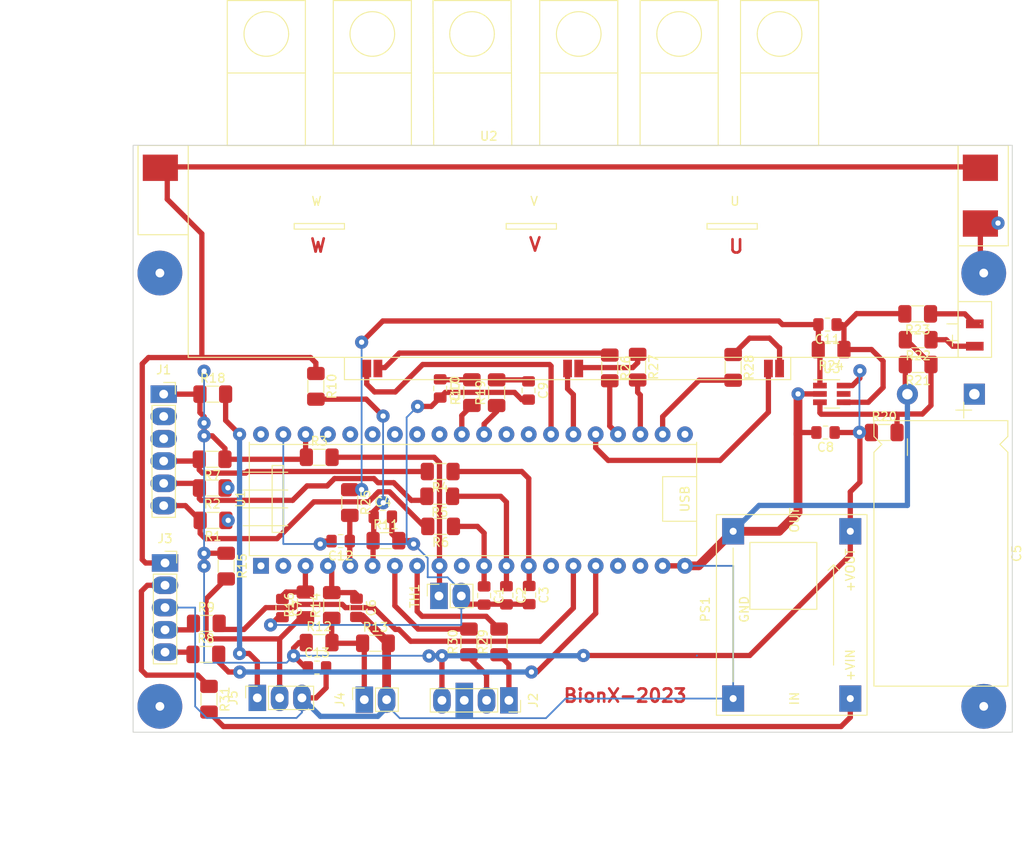
<source format=kicad_pcb>
(kicad_pcb (version 20211014) (generator pcbnew)
  (layers (0 "F.Cu" signal) (31 "B.Cu" signal) (36 "B.SilkS" user "B.Silkscreen") (37 "F.SilkS" user "F.Silkscreen") (44 "Edge.Cuts" user))
  (net 0 "")
  (net 1 "/Hall_H3")
  (net 2 "GND")
  (net 3 "/Hall_H2")
  (net 4 "/Hall_H1")
  (net 5 "/BusVoltage")
  (net 6 "/Brake")
  (net 7 "/PAS")
  (net 8 "/DAC0")
  (net 9 "/DAC1")
  (net 10 "/BusCurrent")
  (net 11 "+5V")
  (net 12 "Net-(J1-Pad6)")
  (net 13 "Net-(J1-Pad5)")
  (net 14 "Net-(R3-Pad2)")
  (net 15 "Net-(J1-Pad4)")
  (net 16 "Net-(R8-Pad2)")
  (net 17 "Net-(R9-Pad2)")
  (net 18 "+24V")
  (net 19 "Net-(J4-Pad1)")
  (net 20 "Net-(J5-Pad2)")
  (net 21 "Net-(R17-Pad1)")
  (net 22 "Net-(J5-Pad1)")
  (net 23 "Net-(R19-Pad1)")
  (net 24 "Net-(R20-Pad2)")
  (net 25 "Net-(R22-Pad1)")
  (net 26 "Net-(R23-Pad1)")
  (net 29 "Net-(J2-Pad2)")
  (net 35 "/PB13")
  (net 36 "/PB14")
  (net 37 "/PB15")
  (net 38 "/PA8")
  (net 39 "/PA9")
  (net 40 "/PA10")
  (net 49 "Net-(R29-Pad2)")
  (net 51 "Net-(C11-Pad1)")
  (net 52 "Net-(C11-Pad2)")
  (net 54 "Net-(J3-Pad2)")
  (net 55 "Net-(J3-Pad4)")
  (net 56 "Net-(J3-Pad5)")
  (net 57 "Net-(R26-Pad1)")
  (net 58 "Net-(R27-Pad1)")
  (net 59 "Net-(R28-Pad1)")
  (net 60 "Net-(R30-Pad2)")
  (net 61 "/rx")
  (net 62 "Net-(PS1-Pad2)")
  (footprint "GG_Library:GG_R_1206" (layer "F.Cu") (at 137.7188 91.313 180)
    (fp_text reference "R6")
    (fp_text value "1.5k")
  )
  (footprint "GG_Library:GG_R_1206" (layer "F.Cu") (at 160.147 73.1774 -90)
    (fp_text reference "R27")
    (fp_text value "0")
  )
  (footprint "GG_Library:GG_C_0805" (layer "F.Cu") (at 137.668 75.6012 -90)
    (fp_text reference "C10")
    (fp_text value "10nF")
  )
  (footprint "GG_Library:GG_Serial04_P2.54mm" (layer "F.Cu") (at 145.4912 111.125 -90)
    (fp_text reference "J2")
    (fp_text value "GG_SerialConnX04")
  )
  (footprint "GG_Library:GG_R_1206" (layer "F.Cu") (at 144.3736 104.4702 90)
    (fp_text reference "R29")
    (fp_text value "10")
  )
  (footprint "GG_Library:GG_5Wires_P2.54mm" (layer "F.Cu") (at 106.3498 95.4786)
    (fp_text reference "J3")
    (fp_text value "GG_DisplayConnX05")
  )
  (footprint "GG_Library:GG_R_1206" (layer "F.Cu") (at 123.9012 83.439)
    (fp_text reference "R3")
    (fp_text value "15k")
  )
  (footprint "GG_Library:GG_C_0805" (layer "F.Cu") (at 131.1402 90.2208)
    (fp_text reference "C4")
    (fp_text value "100nF")
  )
  (footprint "GG_Library:GG_R_1206" (layer "F.Cu") (at 111.7239 86.9442 180)
    (fp_text reference "R2")
    (fp_text value "1.5k")
  )
  (footprint "GG_Library:GG_C_0805" (layer "F.Cu") (at 147.8026 99.1362 -90)
    (fp_text reference "C3")
    (fp_text value "100nF")
  )
  (footprint "GG_Library:GG_R_1206" (layer "F.Cu") (at 111.0488 102.362)
    (fp_text reference "R9")
    (fp_text value "100")
  )
  (footprint "GG_Library:GG_C_0805" (layer "F.Cu") (at 145.2118 99.1616 -90)
    (fp_text reference "C2")
    (fp_text value "100nF")
  )
  (footprint "GG_Library:GG_STM32_DIP-40" (layer "F.Cu") (at 117.2718 95.8078 90)
    (fp_text reference "U1")
    (fp_text value "GG_STM32_Module")
  )
  (footprint "GG_Library:GG_R_1206" (layer "F.Cu") (at 141.2748 76.077 90)
    (fp_text reference "R17")
    (fp_text value "4.7K")
  )
  (footprint "GG_Library:GG_R_1206" (layer "F.Cu") (at 123.5202 75.3618 -90)
    (fp_text reference "R10")
    (fp_text value "10K")
  )
  (footprint "GG_Library:GG_C_0805" (layer "F.Cu") (at 142.6718 99.187 -90)
    (fp_text reference "C1")
    (fp_text value "100nF")
  )
  (footprint "GG_Library:GG_C_0805" (layer "F.Cu") (at 126.3435 92.9894 180)
    (fp_text reference "C12")
    (fp_text value "10nF")
  )
  (footprint "GG_Library:GG_C_0805" (layer "F.Cu") (at 181.5338 80.6196 180)
    (fp_text reference "C8")
    (fp_text value "100nF")
  )
  (footprint "GG_Library:GG_R_1206" (layer "F.Cu") (at 144.0942 76.0877 90)
    (fp_text reference "R19")
    (fp_text value "4.7K")
  )
  (footprint "GG_Library:GG_C_0805" (layer "F.Cu") (at 128.143 100.584 -90)
    (fp_text reference "C6")
    (fp_text value "100nF")
  )
  (footprint "GG_Library:GG_R_1206" (layer "F.Cu") (at 192.0748 70.0532 180)
    (fp_text reference "R22")
    (fp_text value "3.3K")
  )
  (footprint "GG_Library:GG_R_1206" (layer "F.Cu") (at 111.7854 76.2508)
    (fp_text reference "R18")
    (fp_text value "100")
  )
  (footprint "GG_Library:GG_R_1206" (layer "F.Cu") (at 188.214 80.6196)
    (fp_text reference "R20")
    (fp_text value "68K")
  )
  (footprint "GG_Library:GG_R_1206" (layer "F.Cu") (at 131.4958 92.9386)
    (fp_text reference "R11")
    (fp_text value "1K")
  )
  (footprint "GG_Library:GG_R_1206" (layer "F.Cu") (at 137.668 85.0646 180)
    (fp_text reference "R4")
    (fp_text value "1.5k")
  )
  (footprint "GG_Library:GG_R_1206" (layer "F.Cu") (at 192.0748 72.8726 180)
    (fp_text reference "R21")
    (fp_text value "27K")
  )
  (footprint "GG_Library:GG_R_1206" (layer "F.Cu") (at 113.3094 95.8342 -90)
    (fp_text reference "R15")
    (fp_text value "1.5K")
  )
  (footprint "GG_Library:GG_2Wires_P2.54mm" (layer "F.Cu") (at 129.032 111.0492 90)
    (fp_text reference "J4")
    (fp_text value "GG_Break_ConnX02")
  )
  (footprint "GG_Library:GG_R_1206" (layer "F.Cu") (at 111.7092 83.6676 180)
    (fp_text reference "R7")
    (fp_text value "1.5k")
  )
  (footprint "GG_Library:GG_C_0805" (layer "F.Cu") (at 181.7585 68.326 180)
    (fp_text reference "C11")
    (fp_text value "100pF")
  )
  (footprint "Package_TO_SOT_SMD:SOT-23-6_Handsoldering" (layer "F.Cu") (at 182.245 76.2254)
    (fp_text reference "U3")
    (fp_text value "GG_LMV321")
  )
  (footprint "GG_Library:GG_R_1206" (layer "F.Cu") (at 171.0182 73.2028 -90)
    (fp_text reference "R28")
    (fp_text value "0")
  )
  (footprint "GG_Library:GG_C_0805" (layer "F.Cu") (at 147.7264 75.8337 -90)
    (fp_text reference "C9")
    (fp_text value "10nF")
  )
  (footprint "GG_Library:GG_R_1206" (layer "F.Cu") (at 156.972 73.2643 -90)
    (fp_text reference "R26")
    (fp_text value "0")
  )
  (footprint "GG_Library:GG_R_1206" (layer "F.Cu") (at 123.8865 104.5464)
    (fp_text reference "R12")
    (fp_text value "470")
  )
  (footprint "GG_Library:GG_R_1206" (layer "F.Cu") (at 111.3536 110.998 -90)
    (fp_text reference "R31")
    (fp_text value "10")
  )
  (footprint "GG_Library:GG_3Wires_P2.54mm" (layer "F.Cu") (at 116.855 110.846 90)
    (fp_text reference "J5")
    (fp_text value "GG_PAS_ConnX03")
  )
  (footprint "GG_Library:GG_R_1206" (layer "F.Cu") (at 137.6172 87.884 180)
    (fp_text reference "R5")
    (fp_text value "1.5k")
  )
  (footprint "GG_Library:GG_R_1206" (layer "F.Cu") (at 122.3264 100.2538 90)
    (fp_text reference "R16")
    (fp_text value "1.5K")
  )
  (footprint "GG_Library:GG_C_0805" (layer "F.Cu") (at 119.7102 100.6133 -90)
    (fp_text reference "C7")
    (fp_text value "100nF")
  )
  (footprint "GG_Library:GG_2Wires_P2.54mm" (layer "F.Cu") (at 137.5356 99.2382 90)
    (fp_text reference "TH1")
    (fp_text value "NTC 10K")
  )
  (footprint "GG_Library:GG_C_0805" (layer "F.Cu") (at 123.6472 107.3912)
    (fp_text reference "C13")
    (fp_text value "100nF")
  )
  (footprint "GG_Library:GG_CP_L30.0mm_D15.0mm_Horizontal" (layer "F.Cu") (at 194.6656 76.8886 -90)
    (fp_text reference "C5")
    (fp_text value "470MF")
  )
  (footprint "GG_Library:GG_R_1206" (layer "F.Cu") (at 110.998 105.8926)
    (fp_text reference "R8")
    (fp_text value "100")
  )
  (footprint "GG_Library:GG_X0018_DCDC" (layer "F.Cu") (at 178.0032 100.7618 90)
    (fp_text reference "PS1")
    (fp_text value "GG_ConverterDCDC")
  )
  (footprint "GG_Library:GG_R_1206" (layer "F.Cu") (at 192.024 67.1068 180)
    (fp_text reference "R23")
    (fp_text value "3.3K")
  )
  (footprint "GG_Library:GG_R_1206" (layer "F.Cu") (at 125.3236 100.3193 90)
    (fp_text reference "R14")
    (fp_text value "470")
  )
  (footprint "GG_Library:GG_R_1206" (layer "F.Cu") (at 127.381 88.5952 -90)
    (fp_text reference "R25")
    (fp_text value "220")
  )
  (footprint "GG_Library:GG_R_1206" (layer "F.Cu") (at 140.9446 104.4702 90)
    (fp_text reference "R30")
    (fp_text value "10")
  )
  (footprint "GG_Library:GG_R_1206" (layer "F.Cu") (at 130.302 104.6226)
    (fp_text reference "R13")
    (fp_text value "4.7K")
  )
  (footprint "GG_Library:GG_R_1206" (layer "F.Cu") (at 111.8108 90.6272 180)
    (fp_text reference "R1")
    (fp_text value "1.5k")
  )
  (footprint "GG_Library:GG_MOSFET_Moule" (layer "F.Cu") (at 152.8064 56.8198)
    (fp_text reference "U2")
    (fp_text value "GG_MosFet_Module")
  )
  (footprint "GG_Library:GG_6Wires_P2.54mm" (layer "F.Cu") (at 106.1974 76.2508)
    (fp_text reference "J1")
    (fp_text value "GG_HALL_ConnX06")
  )
  (footprint "GG_Library:GG_R_1206" (layer "F.Cu") (at 182.1688 71.1708 180)
    (fp_text reference "R24")
    (fp_text value "27K")
  )
  (gr_rect (start 102.7176 47.9044) (end 202.7936 114.7572) (layer "Edge.Cuts") (width 0.1) (fill none))
  (gr_text "U" (at 171.3738 59.436) (layer "F.Cu") (effects (font (size 1.5 1.5) (thickness 0.3))))
  (gr_text "BionX-2023" (at 158.7246 110.5916) (layer "F.Cu") (effects (font (size 1.5 1.5) (thickness 0.3))))
  (gr_text "W" (at 123.7742 59.3344) (layer "F.Cu") (effects (font (size 1.5 1.5) (thickness 0.3))))
  (gr_text "V" (at 148.463 59.2074) (layer "F.Cu") (effects (font (size 1.5 1.5) (thickness 0.3))))
  (segment (start 147.7518 95.8078) (end 147.7518 85.852) (width 0.6) (layer "F.Cu") (net 1))
  (segment (start 147.8026 95.8586) (end 147.7518 95.8078) (width 0.6) (layer "F.Cu") (net 1))
  (segment (start 147.8026 98.0987) (end 147.8026 95.8586) (width 0.6) (layer "F.Cu") (net 1))
  (segment (start 146.9644 85.0646) (end 139.1305 85.0646) (width 0.6) (layer "F.Cu") (net 1))
  (segment (start 147.7518 85.852) (end 146.9644 85.0646) (width 0.6) (layer "F.Cu") (net 1))
  (segment (start 128.7634 101.6215) (end 131.7645 104.6226) (width 1) (layer "F.Cu") (net 2))
  (segment (start 176.2545 91.8718) (end 171.0182 91.8718) (width 1) (layer "F.Cu") (net 2))
  (segment (start 124.3492 92.9894) (end 124.019 93.3196) (width 0.6) (layer "F.Cu") (net 2))
  (segment (start 146.9644 76.8858) (end 146.1262 76.0476) (width 0.6) (layer "F.Cu") (net 2))
  (segment (start 132.1777 90.2208) (end 132.1777 92.158) (width 0.6) (layer "F.Cu") (net 2))
  (segment (start 131.572 104.8151) (end 131.7645 104.6226) (width 0.6) (layer "F.Cu") (net 2))
  (segment (start 178.562 80.6196) (end 178.39885 80.78275) (width 0.6) (layer "F.Cu") (net 2))
  (segment (start 132.1777 92.158) (end 132.9583 92.9386) (width 0.6) (layer "F.Cu") (net 2))
  (segment (start 190.6123 72.8726) (end 190.6123 76.0103) (width 0.6) (layer "F.Cu") (net 2))
  (segment (start 138.2591 76.0476) (end 137.668 76.6387) (width 0.6) (layer "F.Cu") (net 2))
  (segment (start 165.5318 95.8078) (end 162.9918 95.8078) (width 0.6) (layer "F.Cu") (net 2))
  (segment (start 132.9583 92.9386) (end 134.2644 92.9386) (width 0.6) (layer "F.Cu") (net 2))
  (segment (start 140.4073 100.1737) (end 147.8026 100.1737) (width 0.6) (layer "F.Cu") (net 2))
  (segment (start 124.6847 109.6987) (end 123.5374 110.846) (width 0.6) (layer "F.Cu") (net 2))
  (segment (start 199.1614 62.0014) (end 199.6186 62.4586) (width 0.6) (layer "F.Cu") (net 2))
  (segment (start 134.2644 92.9386) (end 134.6454 93.3196) (width 0.6) (layer "F.Cu") (net 2))
  (segment (start 147.7118 76.8858) (end 146.9644 76.8858) (width 0.6) (layer "F.Cu") (net 2))
  (segment (start 124.6847 107.3912) (end 124.6847 109.6987) (width 0.6) (layer "F.Cu") (net 2))
  (segment (start 180.895 76.2254) (end 178.562 76.2254) (width 0.6) (layer "F.Cu") (net 2))
  (segment (start 131.572 111.6842) (end 131.572 104.8151) (width 1) (layer "F.Cu") (net 2))
  (segment (start 123.5374 110.846) (end 121.935 110.846) (width 0.6) (layer "F.Cu") (net 2))
  (segment (start 146.1262 76.0476) (end 138.2591 76.0476) (width 0.6) (layer "F.Cu") (net 2))
  (segment (start 167.0822 95.8078) (end 165.5318 95.8078) (width 1) (layer "F.Cu") (net 2))
  (segment (start 125.306 92.9894) (end 124.3492 92.9894) (width 0.6) (layer "F.Cu") (net 2))
  (segment (start 190.6123 76.0103) (end 190.8556 76.2536) (width 0.6) (layer "F.Cu") (net 2))
  (segment (start 199.1614 56.8198) (end 199.1614 62.0014) (width 0.6) (layer "F.Cu") (net 2))
  (segment (start 136.6589 77.6478) (end 137.668 76.6387) (width 0.6) (layer "F.Cu") (net 2))
  (segment (start 178.562 76.2254) (end 178.39885 76.38855) (width 0.6) (layer "F.Cu") (net 2))
  (segment (start 180.4963 80.6196) (end 178.562 80.6196) (width 0.6) (layer "F.Cu") (net 2))
  (segment (start 128.143 101.6215) (end 128.7634 101.6215) (width 0.6) (layer "F.Cu") (net 2))
  (segment (start 147.7264 76.8712) (end 147.7118 76.8858) (width 0.6) (layer "F.Cu") (net 2))
  (segment (start 140.0756 99.2382) (end 140.0756 99.842) (width 0.6) (layer "F.Cu") (net 2))
  (segment (start 135.1026 77.6478) (end 136.6589 77.6478) (width 0.6) (layer "F.Cu") (net 2))
  (segment (start 178.39885 80.78275) (end 178.39885 89.72745) (width 1) (layer "F.Cu") (net 2))
  (segment (start 140.0756 99.842) (end 140.4073 100.1737) (width 0.6) (layer "F.Cu") (net 2))
  (segment (start 178.39885 89.72745) (end 176.2545 91.8718) (width 1) (layer "F.Cu") (net 2))
  (segment (start 171.0182 91.8718) (end 167.0822 95.8078) (width 1) (layer "F.Cu") (net 2))
  (segment (start 119.7102 101.6508) (end 119.253 101.6508) (width 0.6) (layer "F.Cu") (net 2))
  (segment (start 178.39885 76.38855) (end 178.39885 80.78275) (width 1) (layer "F.Cu") (net 2))
  (segment (start 119.253 101.6508) (end 118.364 102.5398) (width 0.6) (layer "F.Cu") (net 2))
  (via (at 105.7656 62.4586) (size 5.1) (drill 1) (layers "F.Cu" "B.Cu") (net 2))
  (via (at 178.4096 76.2254) (size 1.5) (drill 0.6) (layers "F.Cu" "B.Cu") (net 2))
  (via (at 199.5424 111.8108) (size 5.1) (drill 1) (layers "F.Cu" "B.Cu") (net 2))
  (via (at 105.7656 111.8108) (size 5.1) (drill 1) (layers "F.Cu" "B.Cu") (net 2))
  (via (at 201.168 56.769) (size 1.5) (drill 0.6) (layers "F.Cu" "B.Cu") (net 2))
  (via (at 118.364 102.5398) (size 1.5) (drill 0.6) (layers "F.Cu" "B.Cu") (net 2))
  (via (at 124.019 93.3196) (size 1.5) (drill 0.6) (layers "F.Cu" "B.Cu") (net 2))
  (via (at 134.6454 93.3196) (size 1.5) (drill 0.6) (layers "F.Cu" "B.Cu") (net 2))
  (via (at 199.5424 62.4586) (size 5.1) (drill 1) (layers "F.Cu" "B.Cu") (net 2))
  (via (at 135.1026 77.6478) (size 1.5) (drill 0.6) (layers "F.Cu" "B.Cu") (net 2))
  (segment (start 136.251311 97.022289) (end 136.251311 97.109911) (width 0.2) (layer "B.Cu") (net 2))
  (segment (start 149.7076 113.157) (end 133.0706 113.157) (width 0.2) (layer "B.Cu") (net 2))
  (segment (start 124.037711 112.948711) (end 130.572489 112.948711) (width 0.6) (layer "B.Cu") (net 2))
  (segment (start 118.364 102.5398) (end 140.0302 102.5398) (width 0.2) (layer "B.Cu") (net 2))
  (segment (start 111.0996 113.1316) (end 109.7788 111.8108) (width 0.2) (layer "B.Cu") (net 2))
  (segment (start 133.8834 93.3196) (end 124.019 93.3196) (width 0.2) (layer "B.Cu") (net 2))
  (segment (start 134.6454 93.3196) (end 136.251311 94.925511) (width 0.2) (layer "B.Cu") (net 2))
  (segment (start 190.8556 76.2536) (end 190.8556 88.9254) (width 0.6) (layer "B.Cu") (net 2))
  (segment (start 119.8118 93.2942) (end 119.8372 93.3196) (width 0.2) (layer "B.Cu") (net 2))
  (segment (start 133.0706 113.157) (end 131.572 111.6584) (width 0.2) (layer "B.Cu") (net 2))
  (segment (start 133.852289 93.288489) (end 133.8834 93.3196) (width 0.2) (layer "B.Cu") (net 2))
  (segment (start 121.3104 113.1316) (end 111.0996 113.1316) (width 0.2) (layer "B.Cu") (net 2))
  (segment (start 124.019 93.3196) (end 119.8372 93.3196) (width 0.2) (layer "B.Cu") (net 2))
  (segment (start 171.0182 95.8088) (end 171.0172 95.8078) (width 0.2) (layer "B.Cu") (net 2))
  (segment (start 119.8118 80.8228) (end 119.8118 93.2942) (width 0.2) (layer "B.Cu") (net 2))
  (segment (start 109.7788 100.5586) (end 106.3498 100.5586) (width 0.2) (layer "B.Cu") (net 2))
  (segment (start 136.251311 97.109911) (end 138.506333 97.109911) (width 0.2) (layer "B.Cu") (net 2))
  (segment (start 138.506333 97.109911) (end 140.0756 98.679178) (width 0.2) (layer "B.Cu") (net 2))
  (segment (start 121.935 110.846) (end 124.037711 112.948711) (width 0.6) (layer "B.Cu") (net 2))
  (segment (start 171.0182 110.9218) (end 171.0182 95.8088) (width 0.2) (layer "B.Cu") (net 2))
  (segment (start 131.572 111.6584) (end 131.572 111.0492) (width 0.2) (layer "B.Cu") (net 2))
  (segment (start 134.6454 93.3196) (end 133.8834 93.3196) (width 0.2) (layer "B.Cu") (net 2))
  (segment (start 149.7076 113.157) (end 151.9428 110.9218) (width 0.2) (layer "B.Cu") (net 2))
  (segment (start 121.935 112.507) (end 121.3104 113.1316) (width 0.2) (layer "B.Cu") (net 2))
  (segment (start 151.9428 110.9218) (end 171.0182 110.9218) (width 0.2) (layer "B.Cu") (net 2))
  (segment (start 136.251311 94.925511) (end 136.251311 97.022289) (width 0.2) (layer "B.Cu") (net 2))
  (segment (start 109.7788 111.8108) (end 109.7788 100.5586) (width 0.2) (layer "B.Cu") (net 2))
  (segment (start 131.572 111.9492) (end 131.572 111.0492) (width 0.6) (layer "B.Cu") (net 2))
  (segment (start 140.0756 102.4944) (end 140.0756 99.2382) (width 0.2) (layer "B.Cu") (net 2))
  (segment (start 140.0756 98.679178) (end 140.0756 99.2382) (width 0.2) (layer "B.Cu") (net 2))
  (segment (start 133.852289 78.898111) (end 133.852289 93.288489) (width 0.2) (layer "B.Cu") (net 2))
  (segment (start 130.572489 112.948711) (end 131.572 111.9492) (width 0.6) (layer "B.Cu") (net 2))
  (segment (start 190.8556 88.9254) (end 173.9646 88.9254) (width 0.6) (layer "B.Cu") (net 2))
  (segment (start 135.1026 77.6478) (end 133.852289 78.898111) (width 0.2) (layer "B.Cu") (net 2))
  (segment (start 173.9646 88.9254) (end 171.0182 91.8718) (width 0.6) (layer "B.Cu") (net 2))
  (segment (start 171.0172 95.8078) (end 165.5318 95.8078) (width 0.2) (layer "B.Cu") (net 2))
  (segment (start 140.0302 102.5398) (end 140.0756 102.4944) (width 0.2) (layer "B.Cu") (net 2))
  (segment (start 121.935 110.846) (end 121.935 112.507) (width 0.2) (layer "B.Cu") (net 2))
  (segment (start 145.2118 95.8078) (end 145.2118 88.5444) (width 0.6) (layer "F.Cu") (net 3))
  (segment (start 145.2118 98.1241) (end 145.2118 95.8078) (width 0.6) (layer "F.Cu") (net 3))
  (segment (start 144.5514 87.884) (end 139.0797 87.884) (width 0.6) (layer "F.Cu") (net 3))
  (segment (start 145.2118 88.5444) (end 144.5514 87.884) (width 0.6) (layer "F.Cu") (net 3))
  (segment (start 141.9098 91.313) (end 142.6718 92.075) (width 0.6) (layer "F.Cu") (net 4))
  (segment (start 142.6718 98.1495) (end 142.6718 95.8078) (width 0.6) (layer "F.Cu") (net 4))
  (segment (start 142.6718 92.075) (end 142.6718 95.8078) (width 0.6) (layer "F.Cu") (net 4))
  (segment (start 139.1813 91.313) (end 141.9098 91.313) (width 0.6) (layer "F.Cu") (net 4))
  (segment (start 130.1027 92.8692) (end 130.0333 92.9386) (width 0.6) (layer "F.Cu") (net 5))
  (segment (start 123.5202 76.8243) (end 129.2499 76.8243) (width 0.6) (layer "F.Cu") (net 5))
  (segment (start 130.1027 90.2208) (end 130.1027 89.6073) (width 0.6) (layer "F.Cu") (net 5))
  (segment (start 130.0333 92.9386) (end 130.0333 95.7463) (width 0.6) (layer "F.Cu") (net 5))
  (segment (start 129.2499 76.8243) (end 131.171311 78.745711) (width 0.6) (layer "F.Cu") (net 5))
  (segment (start 130.1027 89.6073) (end 131.064 88.646) (width 0.6) (layer "F.Cu") (net 5))
  (segment (start 130.0333 95.7463) (end 129.9718 95.8078) (width 0.6) (layer "F.Cu") (net 5))
  (segment (start 130.1027 90.2208) (end 130.1027 92.8692) (width 0.6) (layer "F.Cu") (net 5))
  (via (at 131.171311 78.745711) (size 1.5) (drill 0.6) (layers "F.Cu" "B.Cu") (net 5))
  (via (at 131.191 88.6206) (size 1.5) (drill 0.6) (layers "F.Cu" "B.Cu") (net 5))
  (segment (start 131.171311 78.745711) (end 131.171311 88.600911) (width 0.2) (layer "B.Cu") (net 5))
  (segment (start 131.171311 88.600911) (end 131.191 88.6206) (width 0.2) (layer "B.Cu") (net 5))
  (segment (start 128.143 99.06) (end 127.9398 98.8568) (width 0.6) (layer "F.Cu") (net 6))
  (segment (start 127.9398 98.8568) (end 125.3236 98.8568) (width 0.6) (layer "F.Cu") (net 6))
  (segment (start 128.143 99.5465) (end 128.143 99.06) (width 0.6) (layer "F.Cu") (net 6))
  (segment (start 125.3236 96.2396) (end 124.8918 95.8078) (width 0.6) (layer "F.Cu") (net 6))
  (segment (start 125.3236 98.8568) (end 125.3236 96.2396) (width 0.6) (layer "F.Cu") (net 6))
  (segment (start 120.1313 98.7913) (end 122.3264 98.7913) (width 0.6) (layer "F.Cu") (net 7))
  (segment (start 122.3264 95.8332) (end 122.3518 95.8078) (width 0.6) (layer "F.Cu") (net 7))
  (segment (start 119.7102 99.2124) (end 120.1313 98.7913) (width 0.6) (layer "F.Cu") (net 7))
  (segment (start 119.7102 99.5758) (end 119.7102 99.2124) (width 0.6) (layer "F.Cu") (net 7))
  (segment (start 122.3264 98.7913) (end 122.3264 95.8332) (width 0.6) (layer "F.Cu") (net 7))
  (segment (start 147.5554 74.6252) (end 147.7264 74.7962) (width 0.6) (layer "F.Cu") (net 8))
  (segment (start 144.0942 74.6252) (end 147.5554 74.6252) (width 0.6) (layer "F.Cu") (net 8))
  (segment (start 141.2748 74.6145) (end 137.7188 74.6145) (width 0.6) (layer "F.Cu") (net 9))
  (segment (start 137.7188 74.6145) (end 137.668 74.5637) (width 0.6) (layer "F.Cu") (net 9))
  (segment (start 127.381 92.9894) (end 127.381 95.757) (width 0.6) (layer "F.Cu") (net 10))
  (segment (start 127.381 90.0577) (end 127.381 92.9894) (width 0.6) (layer "F.Cu") (net 10))
  (segment (start 127.381 95.757) (end 127.4318 95.8078) (width 0.6) (layer "F.Cu") (net 10))
  (segment (start 110.8095 94.3717) (end 110.7948 94.3864) (width 0.6) (layer "F.Cu") (net 11))
  (segment (start 111.7346 81.0006) (end 113.1717 82.4377) (width 0.6) (layer "F.Cu") (net 11))
  (segment (start 184.3532 94.5642) (end 172.8978 106.0196) (width 0.6) (layer "F.Cu") (net 11))
  (segment (start 185.4454 81.0768) (end 184.9882 80.6196) (width 0.6) (layer "F.Cu") (net 11))
  (segment (start 110.7948 94.3864) (end 110.7948 95.8342) (width 0.6) (layer "F.Cu") (net 11))
  (segment (start 113.1717 82.4377) (end 113.1717 83.6676) (width 0.6) (layer "F.Cu") (net 11))
  (segment (start 122.424 104.5464) (end 121.6152 104.5464) (width 0.6) (layer "F.Cu") (net 11))
  (segment (start 183.595 75.2754) (end 184.592 75.2754) (width 0.6) (layer "F.Cu") (net 11))
  (segment (start 110.3229 76.2508) (end 110.3229 78.3443) (width 0.6) (layer "F.Cu") (net 11))
  (segment (start 121.6152 104.5464) (end 120.9802 105.1814) (width 0.6) (layer "F.Cu") (net 11))
  (segment (start 110.3229 78.3443) (end 110.7948 78.8162) (width 0.6) (layer "F.Cu") (net 11))
  (segment (start 122.3518 83.3521) (end 122.4387 83.439) (width 0.6) (layer "F.Cu") (net 11))
  (segment (start 137.8712 106.045) (end 137.8712 111.125) (width 0.6) (layer "F.Cu") (net 11))
  (segment (start 120.9802 106.045) (end 122.3264 107.3912) (width 0.6) (layer "F.Cu") (net 11))
  (segment (start 122.3518 80.8228) (end 122.3518 83.3521) (width 0.6) (layer "F.Cu") (net 11))
  (segment (start 110.7948 78.8162) (end 110.7948 81.0006) (width 0.6) (layer "F.Cu") (net 11))
  (segment (start 110.7948 81.0006) (end 111.7346 81.0006) (width 0.6) (layer "F.Cu") (net 11))
  (segment (start 110.3229 76.2508) (end 106.1974 76.2508) (width 0.6) (layer "F.Cu") (net 11))
  (segment (start 184.3532 87.376) (end 185.4454 86.2838) (width 0.6) (layer "F.Cu") (net 11))
  (segment (start 113.3094 94.3717) (end 110.8095 94.3717) (width 0.6) (layer "F.Cu") (net 11))
  (segment (start 186.7515 80.6196) (end 182.5713 80.6196) (width 0.6) (layer "F.Cu") (net 11))
  (segment (start 185.4454 74.422) (end 184.592 75.2754) (width 0.6) (layer "F.Cu") (net 11))
  (segment (start 122.2101 83.6676) (end 122.4387 83.439) (width 0.6) (layer "F.Cu") (net 11))
  (segment (start 120.9802 105.1814) (end 120.9802 106.045) (width 0.6) (layer "F.Cu") (net 11))
  (segment (start 184.3532 91.8718) (end 184.3532 94.5642) (width 0.6) (layer "F.Cu") (net 11))
  (segment (start 172.8978 106.0196) (end 153.9748 106.0196) (width 0.6) (layer "F.Cu") (net 11))
  (segment (start 122.3264 107.3912) (end 122.6097 107.3912) (width 0.2) (layer "F.Cu") (net 11))
  (segment (start 113.1717 83.6676) (end 122.2101 83.6676) (width 0.6) (layer "F.Cu") (net 11))
  (segment (start 185.4454 73.5838) (end 185.4454 74.422) (width 0.6) (layer "F.Cu") (net 11))
  (segment (start 185.4454 86.2838) (end 185.4454 81.0768) (width 0.6) (layer "F.Cu") (net 11))
  (segment (start 184.3532 91.8718) (end 184.3532 87.376) (width 0.6) (layer "F.Cu") (net 11))
  (via (at 113.5126 86.9188) (size 1.5) (drill 0.6) (layers "F.Cu" "B.Cu") (net 11))
  (via (at 185.3946 80.5942) (size 1.5) (drill 0.6) (layers "F.Cu" "B.Cu") (net 11))
  (via (at 137.8712 106.045) (size 1.5) (drill 0.6) (layers "F.Cu" "B.Cu") (net 11))
  (via (at 185.4454 73.5838) (size 1.5) (drill 0.6) (layers "F.Cu" "B.Cu") (net 11))
  (via (at 120.9802 106.045) (size 1.5) (drill 0.6) (layers "F.Cu" "B.Cu") (net 11))
  (via (at 136.398 106.0704) (size 1.5) (drill 0.6) (layers "F.Cu" "B.Cu") (net 11))
  (via (at 110.7948 94.3864) (size 1.5) (drill 0.6) (layers "F.Cu" "B.Cu") (net 11))
  (via (at 153.9748 106.0196) (size 1.5) (drill 0.6) (layers "F.Cu" "B.Cu") (net 11))
  (via (at 113.538 90.6272) (size 1.5) (drill 0.6) (layers "F.Cu" "B.Cu") (net 11))
  (via (at 110.7948 73.6346) (size 1.5) (drill 0.6) (layers "F.Cu" "B.Cu") (net 11))
  (via (at 110.7948 95.8342) (size 1.5) (drill 0.6) (layers "F.Cu" "B.Cu") (net 11))
  (via (at 110.7948 79.5274) (size 1.5) (drill 0.6) (layers "F.Cu" "B.Cu") (net 11))
  (via (at 110.7948 81.0006) (size 1.5) (drill 0.6) (layers "F.Cu" "B.Cu") (net 11))
  (segment (start 153.9494 106.045) (end 153.9748 106.0196) (width 0.6) (layer "B.Cu") (net 11))
  (segment (start 185.3946 80.5942) (end 185.3946 73.6346) (width 0.2) (layer "B.Cu") (net 11))
  (segment (start 120.184689 106.840511) (end 120.9802 106.045) (width 0.2) (layer "B.Cu") (net 11))
  (segment (start 110.7948 94.3864) (end 110.7948 81.0006) (width 0.2) (layer "B.Cu") (net 11))
  (segment (start 136.3726 106.045) (end 136.398 106.0704) (width 0.2) (layer "B.Cu") (net 11))
  (segment (start 137.8712 106.045) (end 136.4234 106.045) (width 0.6) (layer "B.Cu") (net 11))
  (segment (start 136.4234 106.045) (end 136.398 106.0704) (width 0.6) (layer "B.Cu") (net 11))
  (segment (start 120.9802 106.045) (end 136.3726 106.045) (width 0.2) (layer "B.Cu") (net 11))
  (segment (start 110.7948 106.807) (end 110.828311 106.840511) (width 0.2) (layer "B.Cu") (net 11))
  (segment (start 110.7948 95.8342) (end 110.7948 106.807) (width 0.2) (layer "B.Cu") (net 11))
  (segment (start 185.3946 73.6346) (end 185.4454 73.5838) (width 0.2) (layer "B.Cu") (net 11))
  (segment (start 110.828311 106.840511) (end 120.184689 106.840511) (width 0.2) (layer "B.Cu") (net 11))
  (segment (start 166.878 106.045) (end 166.9034 106.0196) (width 0.2) (layer "B.Cu") (net 11))
  (segment (start 110.7948 79.5274) (end 110.7948 73.6346) (width 0.2) (layer "B.Cu") (net 11))
  (segment (start 137.8712 106.045) (end 153.9494 106.045) (width 0.6) (layer "B.Cu") (net 11))
  (segment (start 123.2916 88.519) (end 129.5146 88.519) (width 0.6) (layer "F.Cu") (net 12))
  (segment (start 129.5146 88.519) (end 130.3147 87.7189) (width 0.6) (layer "F.Cu") (net 12))
  (segment (start 135.8392 91.313) (end 136.2563 91.313) (width 0.6) (layer "F.Cu") (net 12))
  (segment (start 130.3147 87.7189) (end 130.662511 87.371089) (width 0.6) (layer "F.Cu") (net 12))
  (segment (start 110.3483 90.6272) (end 110.3483 92.1111) (width 0.6) (layer "F.Cu") (net 12))
  (segment (start 130.662511 87.371089) (end 131.897289 87.371089) (width 0.6) (layer "F.Cu") (net 12))
  (segment (start 131.897289 87.371089) (end 132.3467 87.8205) (width 0.6) (layer "F.Cu") (net 12))
  (segment (start 110.9472 92.71) (end 119.1006 92.71) (width 0.6) (layer "F.Cu") (net 12))
  (segment (start 130.3147 87.7189) (end 130.556 87.4776) (width 0.6) (layer "F.Cu") (net 12))
  (segment (start 132.0038 87.4776) (end 135.8392 91.313) (width 0.6) (layer "F.Cu") (net 12))
  (segment (start 110.3483 90.6272) (end 108.6719 88.9508) (width 0.6) (layer "F.Cu") (net 12))
  (segment (start 119.1006 92.71) (end 123.2916 88.519) (width 0.6) (layer "F.Cu") (net 12))
  (segment (start 108.6719 88.9508) (end 106.1974 88.9508) (width 0.6) (layer "F.Cu") (net 12))
  (segment (start 110.3483 92.1111) (end 110.9472 92.71) (width 0.6) (layer "F.Cu") (net 12))
  (segment (start 110.44172 88.34372) (end 120.87608 88.34372) (width 0.6) (layer "F.Cu") (net 13))
  (segment (start 106.1974 86.4108) (end 109.728 86.4108) (width 0.6) (layer "F.Cu") (net 13))
  (segment (start 130.60096 86.33712) (end 132.38228 86.33712) (width 0.6) (layer "F.Cu") (net 13))
  (segment (start 132.38228 86.33712) (end 134.38888 88.34372) (width 0.6) (layer "F.Cu") (net 13))
  (segment (start 120.87608 88.34372) (end 122.5169 86.7029) (width 0.6) (layer "F.Cu") (net 13))
  (segment (start 125.64168 85.86412) (end 124.8029 86.7029) (width 0.6) (layer "F.Cu") (net 13))
  (segment (start 124.8029 86.7029) (end 122.5169 86.7029) (width 0.6) (layer "F.Cu") (net 13))
  (segment (start 135.69498 88.34372) (end 136.1547 87.884) (width 0.6) (layer "F.Cu") (net 13))
  (segment (start 110.2614 88.1634) (end 110.44172 88.34372) (width 0.6) (layer "F.Cu") (net 13))
  (segment (start 109.728 86.4108) (end 110.2614 86.9442) (width 0.6) (layer "F.Cu") (net 13))
  (segment (start 130.12796 85.86412) (end 130.60096 86.33712) (width 0.6) (layer "F.Cu") (net 13))
  (segment (start 110.2614 86.9442) (end 110.2614 88.1634) (width 0.6) (layer "F.Cu") (net 13))
  (segment (start 125.64168 85.86412) (end 130.12796 85.86412) (width 0.6) (layer "F.Cu") (net 13))
  (segment (start 134.38888 88.34372) (end 135.69498 88.34372) (width 0.6) (layer "F.Cu") (net 13))
  (segment (start 137.5918 95.8078) (end 137.5918 84.0486) (width 0.6) (layer "F.Cu") (net 14))
  (segment (start 136.9822 83.439) (end 125.3637 83.439) (width 0.6) (layer "F.Cu") (net 14))
  (segment (start 137.5918 95.8078) (end 137.5918 99.182) (width 0.6) (layer "F.Cu") (net 14))
  (segment (start 137.5918 99.182) (end 137.5356 99.2382) (width 0.6) (layer "F.Cu") (net 14))
  (segment (start 137.5918 84.0486) (end 136.9822 83.439) (width 0.6) (layer "F.Cu") (net 14))
  (segment (start 115.7224 85.0646) (end 115.5446 85.2424) (width 0.6) (layer "F.Cu") (net 15))
  (segment (start 115.5446 85.2424) (end 110.617 85.2424) (width 0.6) (layer "F.Cu") (net 15))
  (segment (start 136.2055 85.0646) (end 115.7224 85.0646) (width 0.6) (layer "F.Cu") (net 15))
  (segment (start 106.1974 83.8708) (end 110.0435 83.8708) (width 0.6) (layer "F.Cu") (net 15))
  (segment (start 110.617 85.2424) (end 110.2467 84.8721) (width 0.6) (layer "F.Cu") (net 15))
  (segment (start 110.2467 84.8721) (end 110.2467 83.6676) (width 0.6) (layer "F.Cu") (net 15))
  (segment (start 110.0435 83.8708) (end 110.2467 83.6676) (width 0.6) (layer "F.Cu") (net 15))
  (segment (start 148.6916 107.8992) (end 155.3718 101.219) (width 0.6) (layer "F.Cu") (net 16))
  (segment (start 148.0566 107.8992) (end 148.6916 107.8992) (width 0.6) (layer "F.Cu") (net 16))
  (segment (start 112.4605 106.7709) (end 113.5888 107.8992) (width 0.6) (layer "F.Cu") (net 16))
  (segment (start 113.5888 107.8992) (end 114.8588 107.8992) (width 0.6) (layer "F.Cu") (net 16))
  (segment (start 155.3718 101.219) (end 155.3718 95.8078) (width 0.6) (layer "F.Cu") (net 16))
  (segment (start 112.4605 105.8926) (end 112.4605 106.7709) (width 0.6) (layer "F.Cu") (net 16))
  (via (at 148.0566 107.8992) (size 1.5) (drill 0.6) (layers "F.Cu" "B.Cu") (net 16))
  (via (at 114.8588 107.8992) (size 1.5) (drill 0.6) (layers "F.Cu" "B.Cu") (net 16))
  (segment (start 114.8588 107.8992) (end 148.0566 107.8992) (width 0.6) (layer "B.Cu") (net 16))
  (segment (start 152.8318 100.6094) (end 152.8318 95.8078) (width 0.6) (layer "F.Cu") (net 17))
  (segment (start 134.3152 104.394) (end 149.0472 104.394) (width 0.6) (layer "F.Cu") (net 17))
  (segment (start 115.3414 103.0478) (end 117.82242 100.56678) (width 0.6) (layer "F.Cu") (net 17))
  (segment (start 121.04822 100.56678) (end 121.420539 100.194461) (width 0.6) (layer "F.Cu") (net 17))
  (segment (start 112.5113 103.0478) (end 115.3414 103.0478) (width 0.6) (layer "F.Cu") (net 17))
  (segment (start 121.420539 100.194461) (end 126.517901 100.194461) (width 0.6) (layer "F.Cu") (net 17))
  (segment (start 126.89022 100.56678) (end 130.08158 100.56678) (width 0.6) (layer "F.Cu") (net 17))
  (segment (start 112.5113 102.362) (end 112.5113 103.0478) (width 0.6) (layer "F.Cu") (net 17))
  (segment (start 149.0472 104.394) (end 152.8318 100.6094) (width 0.6) (layer "F.Cu") (net 17))
  (segment (start 132.969 103.0478) (end 134.3152 104.394) (width 0.6) (layer "F.Cu") (net 17))
  (segment (start 130.08158 100.56678) (end 132.5626 103.0478) (width 0.6) (layer "F.Cu") (net 17))
  (segment (start 117.82242 100.56678) (end 121.04822 100.56678) (width 0.6) (layer "F.Cu") (net 17))
  (segment (start 132.5626 103.0478) (end 132.969 103.0478) (width 0.6) (layer "F.Cu") (net 17))
  (segment (start 126.517901 100.194461) (end 126.89022 100.56678) (width 0.6) (layer "F.Cu") (net 17))
  (segment (start 104.14 95.4786) (end 106.3498 95.4786) (width 0.6) (layer "F.Cu") (net 18))
  (segment (start 110.5408 71.9836) (end 110.4392 72.0852) (width 0.6) (layer "F.Cu") (net 18))
  (segment (start 110.4392 72.0852) (end 122.9106 72.0852) (width 0.6) (layer "F.Cu") (net 18))
  (segment (start 103.759 72.7964) (end 103.759 95.0976) (width 0.6) (layer "F.Cu") (net 18))
  (segment (start 106.6038 54.0512) (end 110.5408 57.9882) (width 0.6) (layer "F.Cu") (net 18))
  (segment (start 122.9106 72.0852) (end 123.5202 72.6948) (width 0.6) (layer "F.Cu") (net 18))
  (segment (start 110.5408 57.9882) (end 110.5408 71.9836) (width 0.6) (layer "F.Cu") (net 18))
  (segment (start 123.5202 73.8993) (end 123.5202 72.6948) (width 0.6) (layer "F.Cu") (net 18))
  (segment (start 103.759 95.0976) (end 104.14 95.4786) (width 0.6) (layer "F.Cu") (net 18))
  (segment (start 106.6038 50.3682) (end 199.9488 50.3682) (width 0.6) (layer "F.Cu") (net 18))
  (segment (start 106.6038 50.3682) (end 106.6038 54.0512) (width 0.6) (layer "F.Cu") (net 18))
  (segment (start 104.4702 72.0852) (end 110.4392 72.0852) (width 0.6) (layer "F.Cu") (net 18))
  (segment (start 104.4702 72.0852) (end 103.759 72.7964) (width 0.6) (layer "F.Cu") (net 18))
  (segment (start 125.4252 104.6226) (end 125.349 104.5464) (width 0.6) (layer "F.Cu") (net 19))
  (segment (start 128.8395 104.6226) (end 125.4252 104.6226) (width 0.6) (layer "F.Cu") (net 19))
  (segment (start 128.8395 104.6226) (end 129.032 104.8151) (width 0.6) (layer "F.Cu") (net 19))
  (segment (start 125.3236 101.7818) (end 125.3236 104.521) (width 0.6) (layer "F.Cu") (net 19))
  (segment (start 129.032 104.8151) (end 129.032 111.6842) (width 0.6) (layer "F.Cu") (net 19))
  (segment (start 125.3236 104.521) (end 125.349 104.5464) (width 0.6) (layer "F.Cu") (net 19))
  (segment (start 111.3894 104.125) (end 111.0234 103.759) (width 0.6) (layer "F.Cu") (net 20))
  (segment (start 122.3264 101.7163) (end 121.8037 101.7163) (width 0.6) (layer "F.Cu") (net 20))
  (segment (start 111.0234 103.759) (end 111.0234 99.5827) (width 0.6) (layer "F.Cu") (net 20))
  (segment (start 119.395 104.125) (end 111.3894 104.125) (width 0.6) (layer "F.Cu") (net 20))
  (segment (start 111.0234 99.5827) (end 113.3094 97.2967) (width 0.6) (layer "F.Cu") (net 20))
  (segment (start 121.8037 101.7163) (end 119.395 104.125) (width 0.6) (layer "F.Cu") (net 20))
  (segment (start 119.395 104.125) (end 119.395 111.481) (width 0.6) (layer "F.Cu") (net 20))
  (segment (start 140.1318 80.8228) (end 140.1318 78.6825) (width 0.6) (layer "F.Cu") (net 21))
  (segment (start 140.1318 78.6825) (end 141.2748 77.5395) (width 0.6) (layer "F.Cu") (net 21))
  (segment (start 114.8334 105.791) (end 115.9256 105.791) (width 0.6) (layer "F.Cu") (net 22))
  (segment (start 116.8654 106.7308) (end 116.855 106.7412) (width 0.6) (layer "F.Cu") (net 22))
  (segment (start 113.2479 79.2373) (end 114.8334 80.8228) (width 0.6) (layer "F.Cu") (net 22))
  (segment (start 113.2479 76.2508) (end 113.2479 79.2373) (width 0.6) (layer "F.Cu") (net 22))
  (segment (start 115.9256 105.791) (end 116.8654 106.7308) (width 0.6) (layer "F.Cu") (net 22))
  (segment (start 116.855 106.7412) (end 116.855 110.846) (width 0.6) (layer "F.Cu") (net 22))
  (via (at 114.8334 80.8228) (size 1.5) (drill 0.6) (layers "F.Cu" "B.Cu") (net 22))
  (via (at 114.8334 105.791) (size 1.5) (drill 0.6) (layers "F.Cu" "B.Cu") (net 22))
  (segment (start 114.8334 80.8228) (end 114.8334 105.791) (width 0.6) (layer "B.Cu") (net 22))
  (segment (start 144.0942 77.5502) (end 144.0942 78.232) (width 0.6) (layer "F.Cu") (net 23))
  (segment (start 142.6718 79.6544) (end 142.6718 80.8228) (width 0.6) (layer "F.Cu") (net 23))
  (segment (start 144.0942 78.232) (end 142.6718 79.6544) (width 0.6) (layer "F.Cu") (net 23))
  (segment (start 193.5373 77.5315) (end 192.5574 78.5114) (width 0.6) (layer "F.Cu") (net 24))
  (segment (start 192.5574 78.5114) (end 191.001273 78.5114) (width 0.6) (layer "F.Cu") (net 24))
  (segment (start 189.6765 80.6196) (end 189.6765 78.6023) (width 0.6) (layer "F.Cu") (net 24))
  (segment (start 190.7179 70.0532) (end 193.5373 72.8726) (width 0.6) (layer "F.Cu") (net 24))
  (segment (start 190.975873 78.5368) (end 191.001273 78.5114) (width 0.6) (layer "F.Cu") (net 24))
  (segment (start 189.6765 78.6023) (end 189.611 78.5368) (width 0.6) (layer "F.Cu") (net 24))
  (segment (start 190.6123 70.0532) (end 190.7179 70.0532) (width 0.6) (layer "F.Cu") (net 24))
  (segment (start 193.5373 72.8726) (end 193.5373 77.5315) (width 0.6) (layer "F.Cu") (net 24))
  (segment (start 180.895 78.3806) (end 181.0512 78.5368) (width 0.6) (layer "F.Cu") (net 24))
  (segment (start 181.0512 78.5368) (end 189.611 78.5368) (width 0.6) (layer "F.Cu") (net 24))
  (segment (start 189.611 78.5368) (end 190.975873 78.5368) (width 0.6) (layer "F.Cu") (net 24))
  (segment (start 180.895 77.1754) (end 180.895 78.3806) (width 0.6) (layer "F.Cu") (net 24))
  (segment (start 193.5373 70.0532) (end 195.2752 70.0532) (width 0.6) (layer "F.Cu") (net 25))
  (segment (start 196.0118 70.7898) (end 198.5264 70.7898) (width 0.6) (layer "F.Cu") (net 25))
  (segment (start 195.2752 70.0532) (end 196.0118 70.7898) (width 0.6) (layer "F.Cu") (net 25))
  (segment (start 193.4865 67.1068) (end 197.3834 67.1068) (width 0.6) (layer "F.Cu") (net 26))
  (segment (start 197.3834 67.1068) (end 198.5264 68.2498) (width 0.6) (layer "F.Cu") (net 26))
  (segment (start 142.9512 108.2294) (end 142.9512 111.125) (width 0.6) (layer "F.Cu") (net 29))
  (segment (start 140.9446 105.9327) (end 140.9446 106.2228) (width 0.6) (layer "F.Cu") (net 29))
  (segment (start 140.9446 106.2228) (end 142.9512 108.2294) (width 0.6) (layer "F.Cu") (net 29))
  (segment (start 162.9918 78.8162) (end 162.9918 80.8228) (width 0.6) (layer "F.Cu") (net 35))
  (segment (start 167.1427 74.6653) (end 162.9918 78.8162) (width 0.6) (layer "F.Cu") (net 35))
  (segment (start 171.0182 74.6653) (end 167.1427 74.6653) (width 0.6) (layer "F.Cu") (net 35))
  (segment (start 160.147 74.6399) (end 160.147 76.0476) (width 0.6) (layer "F.Cu") (net 36))
  (segment (start 160.4518 76.3524) (end 160.4518 80.8228) (width 0.6) (layer "F.Cu") (net 36))
  (segment (start 160.147 76.0476) (end 160.4518 76.3524) (width 0.6) (layer "F.Cu") (net 36))
  (segment (start 156.972 79.883) (end 157.9118 80.8228) (width 0.6) (layer "F.Cu") (net 37))
  (segment (start 156.972 74.7268) (end 156.972 79.883) (width 0.6) (layer "F.Cu") (net 37))
  (segment (start 175.0314 73.3298) (end 175.0314 78.3082) (width 0.6) (layer "F.Cu") (net 38))
  (segment (start 156.7942 83.7946) (end 155.3718 82.3722) (width 0.6) (layer "F.Cu") (net 38))
  (segment (start 155.3718 82.3722) (end 155.3718 80.8228) (width 0.6) (layer "F.Cu") (net 38))
  (segment (start 175.0314 78.3082) (end 169.545 83.7946) (width 0.6) (layer "F.Cu") (net 38))
  (segment (start 169.545 83.7946) (end 156.7942 83.7946) (width 0.6) (layer "F.Cu") (net 38))
  (segment (start 152.1714 75.6412) (end 152.8318 76.3016) (width 0.6) (layer "F.Cu") (net 39))
  (segment (start 152.1714 75.6412) (end 152.1714 73.3298) (width 0.6) (layer "F.Cu") (net 39))
  (segment (start 152.8318 76.3016) (end 152.8318 80.8228) (width 0.6) (layer "F.Cu") (net 39))
  (segment (start 130.2004 75.9968) (end 132.5626 75.9968) (width 0.6) (layer "F.Cu") (net 40))
  (segment (start 150.2918 80.8228) (end 150.2918 73.0504) (width 0.6) (layer "F.Cu") (net 40))
  (segment (start 150.114 72.8726) (end 135.6868 72.8726) (width 0.6) (layer "F.Cu") (net 40))
  (segment (start 129.3114 75.1078) (end 129.3114 73.3298) (width 0.6) (layer "F.Cu") (net 40))
  (segment (start 150.2918 73.0504) (end 150.114 72.8726) (width 0.6) (layer "F.Cu") (net 40))
  (segment (start 135.6868 72.8726) (end 132.5626 75.9968) (width 0.6) (layer "F.Cu") (net 40))
  (segment (start 130.2004 75.9968) (end 129.3114 75.1078) (width 0.6) (layer "F.Cu") (net 40))
  (segment (start 142.9004 101.5492) (end 135.6106 101.5492) (width 0.6) (layer "F.Cu") (net 49))
  (segment (start 135.6106 101.5492) (end 135.0518 100.9904) (width 0.6) (layer "F.Cu") (net 49))
  (segment (start 144.3589 103.0077) (end 142.9004 101.5492) (width 0.6) (layer "F.Cu") (net 49))
  (segment (start 144.3736 103.0077) (end 144.3589 103.0077) (width 0.6) (layer "F.Cu") (net 49))
  (segment (start 135.0518 100.9904) (end 135.0518 95.8078) (width 0.6) (layer "F.Cu") (net 49))
  (segment (start 186.4004 77.1754) (end 183.595 77.1754) (width 0.6) (layer "F.Cu") (net 51))
  (segment (start 190.5381 67.0834) (end 190.5615 67.1068) (width 0.6) (layer "F.Cu") (net 51))
  (segment (start 182.796 68.326) (end 183.4388 68.326) (width 0.6) (layer "F.Cu") (net 51))
  (segment (start 185.0664 67.0834) (end 190.5381 67.0834) (width 0.6) (layer "F.Cu") (net 51))
  (segment (start 183.6313 68.5185) (end 183.6313 71.1708) (width 0.6) (layer "F.Cu") (net 51))
  (segment (start 186.7662 71.1708) (end 188.087 72.4916) (width 0.6) (layer "F.Cu") (net 51))
  (segment (start 188.087 72.4916) (end 188.087 75.4888) (width 0.6) (layer "F.Cu") (net 51))
  (segment (start 183.4388 68.326) (end 183.6313 68.5185) (width 0.6) (layer "F.Cu") (net 51))
  (segment (start 188.087 75.4888) (end 186.4004 77.1754) (width 0.6) (layer "F.Cu") (net 51))
  (segment (start 183.6313 68.5185) (end 185.0664 67.0834) (width 0.6) (layer "F.Cu") (net 51))
  (segment (start 183.6313 71.1708) (end 186.7662 71.1708) (width 0.6) (layer "F.Cu") (net 51))
  (segment (start 180.895 75.2754) (end 180.895 71.3595) (width 0.6) (layer "F.Cu") (net 52))
  (segment (start 180.721 68.326) (end 180.721 71.1561) (width 0.6) (layer "F.Cu") (net 52))
  (segment (start 127.381 87.1327) (end 128.7165 87.1327) (width 0.6) (layer "F.Cu") (net 52))
  (segment (start 180.895 71.3595) (end 180.7063 71.1708) (width 0.6) (layer "F.Cu") (net 52))
  (segment (start 180.721 71.1561) (end 180.7063 71.1708) (width 0.6) (layer "F.Cu") (net 52))
  (segment (start 176.2252 67.9196) (end 131.1402 67.9196) (width 0.6) (layer "F.Cu") (net 52))
  (segment (start 131.1402 67.9196) (end 128.7272 70.3326) (width 0.6) (layer "F.Cu") (net 52))
  (segment (start 176.6316 68.326) (end 176.2252 67.9196) (width 0.6) (layer "F.Cu") (net 52))
  (segment (start 128.7165 87.1327) (end 128.7272 87.122) (width 0.6) (layer "F.Cu") (net 52))
  (segment (start 180.721 68.326) (end 176.6316 68.326) (width 0.6) (layer "F.Cu") (net 52))
  (via (at 128.7272 87.122) (size 1.5) (drill 0.6) (layers "F.Cu" "B.Cu") (net 52))
  (via (at 128.7272 70.3326) (size 1.5) (drill 0.6) (layers "F.Cu" "B.Cu") (net 52))
  (segment (start 128.7272 87.122) (end 128.7272 70.3326) (width 0.2) (layer "B.Cu") (net 52))
  (segment (start 104.3432 98.0186) (end 106.3498 98.0186) (width 0.6) (layer "F.Cu") (net 54))
  (segment (start 103.66588 98.69592) (end 104.3432 98.0186) (width 0.6) (layer "F.Cu") (net 54))
  (segment (start 110.0729 108.2548) (end 104.2416 108.2548) (width 0.6) (layer "F.Cu") (net 54))
  (segment (start 104.2416 108.2548) (end 103.66588 107.67908) (width 0.6) (layer "F.Cu") (net 54))
  (segment (start 103.66588 107.67908) (end 103.66588 98.69592) (width 0.6) (layer "F.Cu") (net 54))
  (segment (start 111.3536 109.5355) (end 110.0729 108.2548) (width 0.6) (layer "F.Cu") (net 54))
  (segment (start 109.5355 103.0986) (end 109.5863 103.0478) (width 0.6) (layer "F.Cu") (net 55))
  (segment (start 106.3498 103.0986) (end 109.5355 103.0986) (width 0.6) (layer "F.Cu") (net 55))
  (segment (start 109.5863 102.362) (end 109.5863 103.0478) (width 0.6) (layer "F.Cu") (net 55))
  (segment (start 106.3498 105.6386) (end 109.2815 105.6386) (width 0.6) (layer "F.Cu") (net 56))
  (segment (start 109.2815 105.6386) (end 109.5355 105.8926) (width 0.6) (layer "F.Cu") (net 56))
  (segment (start 133.0198 71.5772) (end 156.7474 71.5772) (width 0.6) (layer "F.Cu") (net 57))
  (segment (start 131.3688 73.2282) (end 130.683 73.2282) (width 0.6) (layer "F.Cu") (net 57))
  (segment (start 130.683 73.2282) (end 130.5814 73.3298) (width 0.6) (layer "F.Cu") (net 57))
  (segment (start 156.7474 71.5772) (end 156.972 71.8018) (width 0.6) (layer "F.Cu") (net 57))
  (segment (start 131.3688 73.2282) (end 133.0198 71.5772) (width 0.6) (layer "F.Cu") (net 57))
  (segment (start 160.147 71.7149) (end 160.147 72.6694) (width 0.6) (layer "F.Cu") (net 58))
  (segment (start 159.5882 73.2282) (end 153.543 73.2282) (width 0.6) (layer "F.Cu") (net 58))
  (segment (start 153.543 73.2282) (end 153.4414 73.3298) (width 0.6) (layer "F.Cu") (net 58))
  (segment (start 160.147 72.6694) (end 159.5882 73.2282) (width 0.6) (layer "F.Cu") (net 58))
  (segment (start 171.0182 71.7403) (end 172.8831 69.8754) (width 0.6) (layer "F.Cu") (net 59))
  (segment (start 176.2506 70.9676) (end 176.3014 70.9676) (width 0.6) (layer "F.Cu") (net 59))
  (segment (start 172.8831 69.8754) (end 175.1584 69.8754) (width 0.6) (layer "F.Cu") (net 59))
  (segment (start 176.3014 70.9676) (end 176.3014 73.3298) (width 0.6) (layer "F.Cu") (net 59))
  (segment (start 175.1584 69.8754) (end 176.2506 70.9676) (width 0.6) (layer "F.Cu") (net 59))
  (segment (start 135.1641 103.0077) (end 140.9446 103.0077) (width 0.6) (layer "F.Cu") (net 60))
  (segment (start 132.5118 95.8078) (end 132.5118 100.3554) (width 0.6) (layer "F.Cu") (net 60))
  (segment (start 132.5118 100.3554) (end 135.1641 103.0077) (width 0.6) (layer "F.Cu") (net 60))
  (segment (start 145.4912 107.0503) (end 144.3736 105.9327) (width 0.6) (layer "F.Cu") (net 61))
  (segment (start 145.4912 111.76) (end 145.4912 107.0503) (width 0.6) (layer "F.Cu") (net 61))
  (segment (start 183.2991 114.1095) (end 184.3532 113.0554) (width 0.6) (layer "F.Cu") (net 62))
  (segment (start 184.3532 110.9218) (end 184.3532 113.0554) (width 0.6) (layer "F.Cu") (net 62))
  (segment (start 113.0026 114.1095) (end 183.2991 114.1095) (width 0.6) (layer "F.Cu") (net 62))
  (segment (start 113.0026 114.1095) (end 111.3536 112.4605) (width 0.6) (layer "F.Cu") (net 62))
)
</source>
